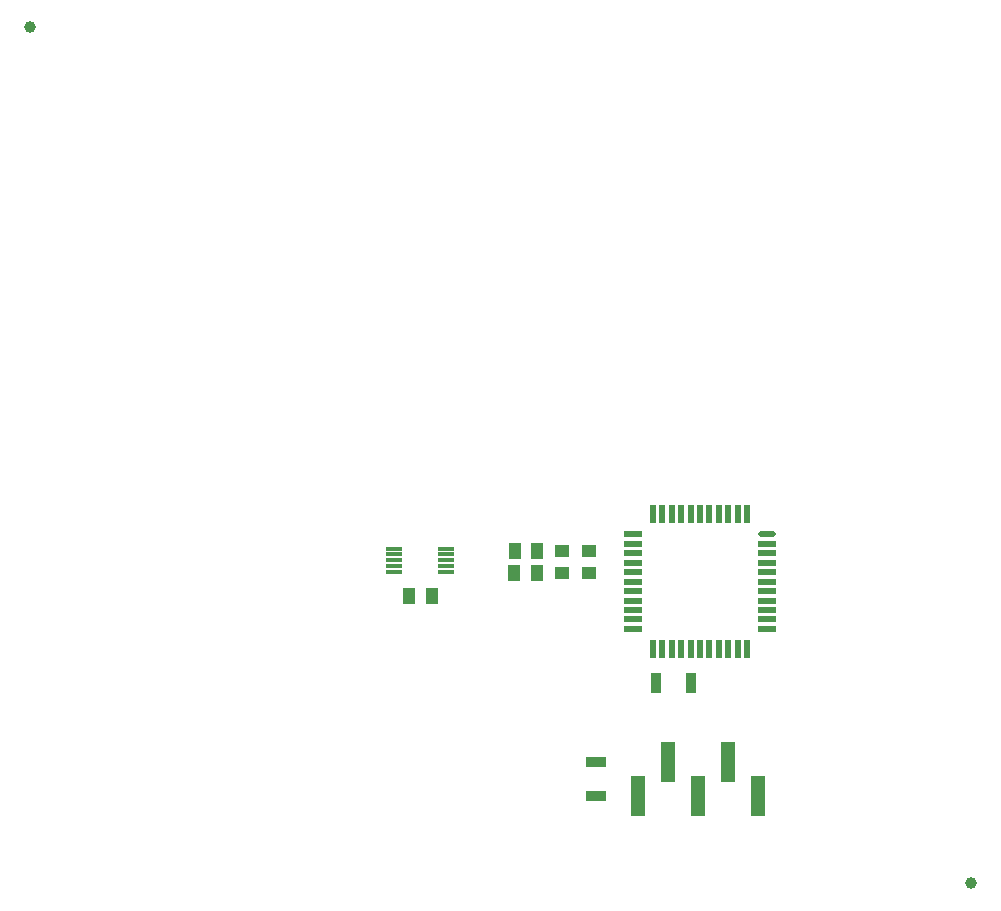
<source format=gbp>
G04*
G04 #@! TF.GenerationSoftware,Altium Limited,Altium Designer,22.11.1 (43)*
G04*
G04 Layer_Color=128*
%FSLAX24Y24*%
%MOIN*%
G70*
G04*
G04 #@! TF.SameCoordinates,7676E619-B689-43AB-A287-34DBDB4E9A50*
G04*
G04*
G04 #@! TF.FilePolarity,Positive*
G04*
G01*
G75*
%ADD15R,0.0354X0.0669*%
%ADD21C,0.0394*%
%ADD41R,0.0669X0.0354*%
%ADD42R,0.0512X0.0433*%
%ADD43R,0.0500X0.1350*%
%ADD44R,0.0571X0.0118*%
%ADD45R,0.0394X0.0551*%
%ADD46R,0.0217X0.0591*%
%ADD47R,0.0591X0.0217*%
%ADD48O,0.0591X0.0217*%
D15*
X22146Y6673D02*
D03*
X21004D02*
D03*
D21*
X118Y28543D02*
D03*
X31496Y-0D02*
D03*
D41*
X19006Y4039D02*
D03*
Y2897D02*
D03*
D42*
X18760Y11063D02*
D03*
X17854D02*
D03*
X18760Y10354D02*
D03*
X17854D02*
D03*
D43*
X24406Y2897D02*
D03*
X23406Y4045D02*
D03*
X22406Y2897D02*
D03*
X21406Y4045D02*
D03*
X20406Y2897D02*
D03*
D44*
X12274Y10965D02*
D03*
Y10374D02*
D03*
Y10571D02*
D03*
Y10768D02*
D03*
Y11161D02*
D03*
X14006Y10374D02*
D03*
Y10571D02*
D03*
Y10768D02*
D03*
Y10965D02*
D03*
Y11161D02*
D03*
D45*
X12766Y9587D02*
D03*
X13514D02*
D03*
X17018Y10359D02*
D03*
X16270D02*
D03*
X16280Y11063D02*
D03*
X17028D02*
D03*
D46*
X24035Y12303D02*
D03*
X23720D02*
D03*
X23406D02*
D03*
X23091D02*
D03*
X22776D02*
D03*
X22461D02*
D03*
X22146D02*
D03*
X21831D02*
D03*
X21516D02*
D03*
X21201D02*
D03*
X20886D02*
D03*
Y7815D02*
D03*
X21201D02*
D03*
X21516D02*
D03*
X21831D02*
D03*
X22146D02*
D03*
X22461D02*
D03*
X22776D02*
D03*
X23091D02*
D03*
X23406D02*
D03*
X23720D02*
D03*
X24035D02*
D03*
D47*
X20217Y11634D02*
D03*
Y11319D02*
D03*
Y11004D02*
D03*
Y10689D02*
D03*
Y10374D02*
D03*
Y10059D02*
D03*
Y9744D02*
D03*
Y9429D02*
D03*
Y9114D02*
D03*
Y8799D02*
D03*
Y8484D02*
D03*
X24705D02*
D03*
Y8799D02*
D03*
Y9114D02*
D03*
Y9429D02*
D03*
Y9744D02*
D03*
Y10059D02*
D03*
Y10374D02*
D03*
Y10689D02*
D03*
Y11004D02*
D03*
Y11319D02*
D03*
D48*
Y11634D02*
D03*
M02*

</source>
